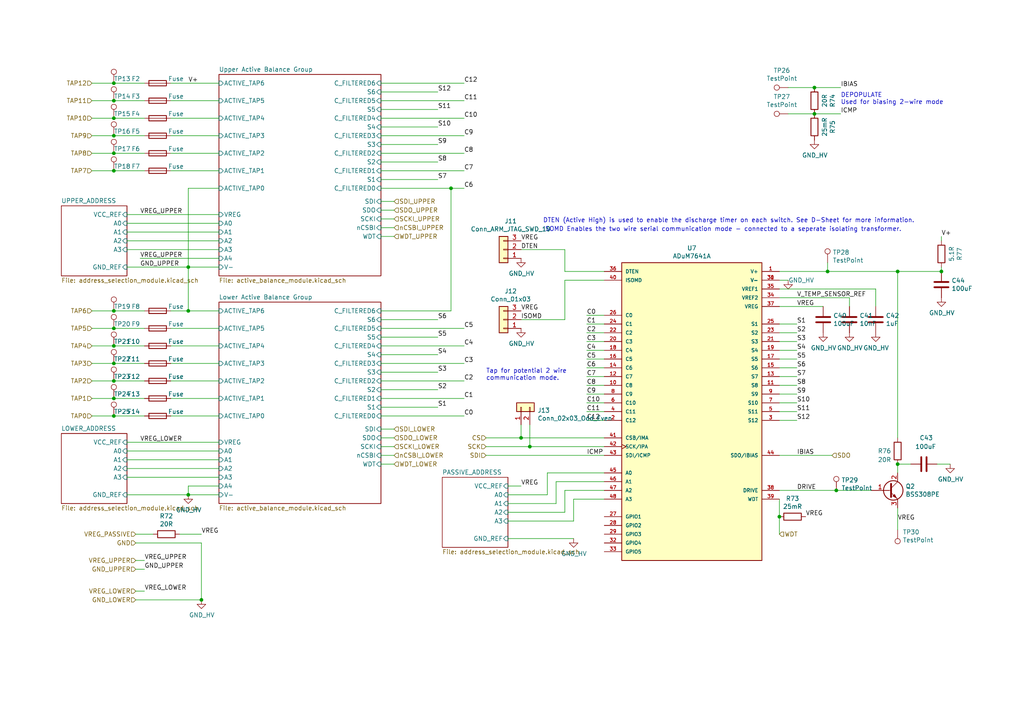
<source format=kicad_sch>
(kicad_sch (version 20211123) (generator eeschema)
  (paper "A4")
  (lib_symbols
    (symbol "Connector:TestPoint" (pin_numbers hide) (pin_names (offset 0.762) hide)
      (property "Reference" "TP" (at 0 6.858 0))
      (property "Value" "TestPoint" (at 0 5.08 0))
      (symbol "TestPoint_1_1"
        (pin passive line (at 0 0 90) (length 2.54) (name "1") (number "1"))
      )
    )
    (symbol "Connector_Generic:Conn_01x02" (pin_names (offset 1.016) hide)
      (property "Reference" "J" (at 0 2.54 0))
      (property "Value" "Conn_01x02" (at 0 -5.08 0))
      (symbol "Conn_01x02_1_1"
        (pin passive line (at -5.08 0 0) (length 3.81) (name "Pin_1") (number "1"))
        (pin passive line (at -5.08 -2.54 0) (length 3.81) (name "Pin_2") (number "2"))
      )
    )
    (symbol "Connector_Generic:Conn_01x03" (pin_names (offset 1.016) hide)
      (property "Reference" "J" (at 0 5.08 0))
      (property "Value" "Conn_01x03" (at 0 -5.08 0))
      (symbol "Conn_01x03_1_1"
        (pin passive line (at -5.08 2.54 0) (length 3.81) (name "Pin_1") (number "1"))
        (pin passive line (at -5.08 0 0) (length 3.81) (name "Pin_2") (number "2"))
        (pin passive line (at -5.08 -2.54 0) (length 3.81) (name "Pin_3") (number "3"))
      )
    )
    (symbol "Device:C" (pin_numbers hide) (pin_names (offset 0.254))
      (property "Reference" "C" (at 0.635 2.54 0))
      (property "Value" "C" (at 0.635 -2.54 0))
      (symbol "C_1_1"
        (pin passive line (at 0 3.81 270) (length 2.794) (name "~") (number "1"))
        (pin passive line (at 0 -3.81 90) (length 2.794) (name "~") (number "2"))
      )
    )
    (symbol "Device:Fuse" (pin_numbers hide) (pin_names (offset 0))
      (property "Reference" "F" (at 2.032 0 90))
      (property "Value" "Fuse" (at -1.905 0 90))
      (symbol "Fuse_1_1"
        (pin passive line (at 0 3.81 270) (length 1.27) (name "~") (number "1"))
        (pin passive line (at 0 -3.81 90) (length 1.27) (name "~") (number "2"))
      )
    )
    (symbol "Device:R" (pin_numbers hide) (pin_names (offset 0))
      (property "Reference" "R" (at 2.032 0 90))
      (property "Value" "R" (at 0 0 90))
      (symbol "R_1_1"
        (pin passive line (at 0 3.81 270) (length 1.27) (name "~") (number "1"))
        (pin passive line (at 0 -3.81 90) (length 1.27) (name "~") (number "2"))
      )
    )
    (symbol "GND_HV_1" (power) (pin_names (offset 0))
      (property "Value" "GND_HV_1" (at 0 -3.81 0))
      (symbol "GND_HV_1_1_1"
        (pin power_in line (at 0 0 270) (length 0) hide (name "GND_HV") (number "1"))
      )
    )
    (symbol "GND_HV_10" (power) (pin_names (offset 0))
      (property "Value" "GND_HV_10" (at 0 -3.81 0))
      (symbol "GND_HV_10_1_1"
        (pin power_in line (at 0 0 270) (length 0) hide (name "GND_HV") (number "1"))
      )
    )
    (symbol "GND_HV_12" (power) (pin_names (offset 0))
      (property "Value" "GND_HV_12" (at 0 -3.81 0))
      (symbol "GND_HV_12_1_1"
        (pin power_in line (at 0 0 270) (length 0) hide (name "GND_HV") (number "1"))
      )
    )
    (symbol "GND_HV_2" (power) (pin_names (offset 0))
      (property "Value" "GND_HV_2" (at 0 -3.81 0))
      (symbol "GND_HV_2_1_1"
        (pin power_in line (at 0 0 270) (length 0) hide (name "GND_HV") (number "1"))
      )
    )
    (symbol "GND_HV_3" (power) (pin_names (offset 0))
      (property "Value" "GND_HV_3" (at 0 -3.81 0))
      (symbol "GND_HV_3_1_1"
        (pin power_in line (at 0 0 270) (length 0) hide (name "GND_HV") (number "1"))
      )
    )
    (symbol "GND_HV_4" (power) (pin_names (offset 0))
      (property "Value" "GND_HV_4" (at 0 -3.81 0))
      (symbol "GND_HV_4_1_1"
        (pin power_in line (at 0 0 270) (length 0) hide (name "GND_HV") (number "1"))
      )
    )
    (symbol "GND_HV_5" (power) (pin_names (offset 0))
      (property "Value" "GND_HV_5" (at 0 -3.81 0))
      (symbol "GND_HV_5_1_1"
        (pin power_in line (at 0 0 270) (length 0) hide (name "GND_HV") (number "1"))
      )
    )
    (symbol "GND_HV_6" (power) (pin_names (offset 0))
      (property "Value" "GND_HV_6" (at 0 -3.81 0))
      (symbol "GND_HV_6_1_1"
        (pin power_in line (at 0 0 270) (length 0) hide (name "GND_HV") (number "1"))
      )
    )
    (symbol "GND_HV_7" (power) (pin_names (offset 0))
      (property "Value" "GND_HV_7" (at 0 -3.81 0))
      (symbol "GND_HV_7_1_1"
        (pin power_in line (at 0 0 270) (length 0) hide (name "GND_HV") (number "1"))
      )
    )
    (symbol "GND_HV_8" (power) (pin_names (offset 0))
      (property "Value" "GND_HV_8" (at 0 -3.81 0))
      (symbol "GND_HV_8_1_1"
        (pin power_in line (at 0 0 270) (length 0) hide (name "GND_HV") (number "1"))
      )
    )
    (symbol "GND_HV_9" (power) (pin_names (offset 0))
      (property "Value" "GND_HV_9" (at 0 -3.81 0))
      (symbol "GND_HV_9_1_1"
        (pin power_in line (at 0 0 270) (length 0) hide (name "GND_HV") (number "1"))
      )
    )
    (symbol "LTC6811HG-2_PBF:LTC6811HG-2#PBF" (pin_names (offset 1.016))
      (property "Reference" "U" (at -20.3454 43.7134 0))
      (property "Value" "LTC6811HG-2#PBF" (at -20.32 -48.2854 0))
      (symbol "LTC6811HG-2#PBF_0_0"
        (pin power_in line (at 25.4 40.64 180) (length 5.08) (name "V+") (number "1"))
        (pin input line (at -25.4 7.62 0) (length 5.08) (name "C8") (number "10"))
        (pin bidirectional line (at 25.4 7.62 180) (length 5.08) (name "S8") (number "11"))
        (pin input line (at -25.4 10.16 0) (length 5.08) (name "C7") (number "12"))
        (pin bidirectional line (at 25.4 10.16 180) (length 5.08) (name "S7") (number "13"))
        (pin input line (at -25.4 12.7 0) (length 5.08) (name "C6") (number "14"))
        (pin bidirectional line (at 25.4 12.7 180) (length 5.08) (name "S6") (number "15"))
        (pin input line (at -25.4 15.24 0) (length 5.08) (name "C5") (number "16"))
        (pin bidirectional line (at 25.4 15.24 180) (length 5.08) (name "S5") (number "17"))
        (pin input line (at -25.4 17.78 0) (length 5.08) (name "C4") (number "18"))
        (pin bidirectional line (at 25.4 17.78 180) (length 5.08) (name "S4") (number "19"))
        (pin input line (at -25.4 -2.54 0) (length 5.08) (name "C12") (number "2"))
        (pin input line (at -25.4 20.32 0) (length 5.08) (name "C3") (number "20"))
        (pin bidirectional line (at 25.4 20.32 180) (length 5.08) (name "S3") (number "21"))
        (pin input line (at -25.4 22.86 0) (length 5.08) (name "C2") (number "22"))
        (pin bidirectional line (at 25.4 22.86 180) (length 5.08) (name "S2") (number "23"))
        (pin input line (at -25.4 25.4 0) (length 5.08) (name "C1") (number "24"))
        (pin bidirectional line (at 25.4 25.4 180) (length 5.08) (name "S1") (number "25"))
        (pin input line (at -25.4 27.94 0) (length 5.08) (name "C0") (number "26"))
        (pin bidirectional line (at -25.4 -30.48 0) (length 5.08) (name "GPIO1") (number "27"))
        (pin bidirectional line (at -25.4 -33.02 0) (length 5.08) (name "GPIO2") (number "28"))
        (pin bidirectional line (at -25.4 -35.56 0) (length 5.08) (name "GPIO3") (number "29"))
        (pin bidirectional line (at 25.4 -2.54 180) (length 5.08) (name "S12") (number "3"))
        (pin power_in line (at 25.4 38.1 180) (length 5.08) (name "V-") (number "30"))
        (pin power_in line (at 25.4 38.1 180) (length 5.08) (name "V-") (number "31"))
        (pin bidirectional line (at -25.4 -38.1 0) (length 5.08) (name "GPIO4") (number "32"))
        (pin bidirectional line (at -25.4 -40.64 0) (length 5.08) (name "GPIO5") (number "33"))
        (pin power_in line (at 25.4 33.02 180) (length 5.08) (name "VREF2") (number "34"))
        (pin power_in line (at 25.4 35.56 180) (length 5.08) (name "VREF1") (number "35"))
        (pin input line (at -25.4 40.64 0) (length 5.08) (name "DTEN") (number "36"))
        (pin power_in line (at 25.4 30.48 180) (length 5.08) (name "VREG") (number "37"))
        (pin output line (at 25.4 -22.86 180) (length 5.08) (name "DRIVE") (number "38"))
        (pin output line (at 25.4 -25.4 180) (length 5.08) (name "WDT") (number "39"))
        (pin input line (at -25.4 0 0) (length 5.08) (name "C11") (number "4"))
        (pin input line (at -25.4 38.1 0) (length 5.08) (name "ISOMD") (number "40"))
        (pin input line (at -25.4 -7.62 0) (length 5.08) (name "CSB/IMA") (number "41"))
        (pin input clock (at -25.4 -10.16 0) (length 5.08) (name "SCK/IPA") (number "42"))
        (pin input line (at -25.4 -12.7 0) (length 5.08) (name "SDI/ICMP") (number "43"))
        (pin output line (at 25.4 -12.7 180) (length 5.08) (name "SDO/IBIAS") (number "44"))
        (pin input line (at -25.4 -17.78 0) (length 5.08) (name "A0") (number "45"))
        (pin input line (at -25.4 -20.32 0) (length 5.08) (name "A1") (number "46"))
        (pin input line (at -25.4 -22.86 0) (length 5.08) (name "A2") (number "47"))
        (pin input line (at -25.4 -25.4 0) (length 5.08) (name "A3") (number "48"))
        (pin bidirectional line (at 25.4 0 180) (length 5.08) (name "S11") (number "5"))
        (pin input line (at -25.4 2.54 0) (length 5.08) (name "C10") (number "6"))
        (pin bidirectional line (at 25.4 2.54 180) (length 5.08) (name "S10") (number "7"))
        (pin input line (at -25.4 5.08 0) (length 5.08) (name "C9") (number "8"))
        (pin bidirectional line (at 25.4 5.08 180) (length 5.08) (name "S9") (number "9"))
      )
    )
    (symbol "czt5551:CZT5551" (pin_names (offset 0) hide)
      (property "Reference" "Q" (at 5.08 1.905 0))
      (property "Value" "CZT5551" (at 5.08 0 0))
      (symbol "CZT5551_1_1"
        (pin input line (at -5.08 0 0) (length 5.08) (name "B") (number "1"))
        (pin passive line (at 2.54 5.08 270) (length 2.54) (name "C") (number "2"))
        (pin passive line (at 2.54 -5.08 90) (length 2.54) (name "E") (number "3"))
      )
    )
    (symbol "gnd_hv:GND_HV" (power) (pin_names (offset 0))
      (property "Value" "GND_HV" (at 0 -3.81 0))
      (symbol "GND_HV_1_1"
        (pin power_in line (at 0 0 270) (length 0) hide (name "GND_HV") (number "1"))
      )
    )
  )
  (junction (at 33.02 110.49))
  (junction (at 260.35 134.62))
  (junction (at 260.35 78.74))
  (junction (at 33.02 49.53))
  (junction (at 33.02 105.41))
  (junction (at 33.02 115.57))
  (junction (at 33.02 100.33))
  (junction (at 240.03 78.74))
  (junction (at 33.02 29.21))
  (junction (at 58.42 173.99))
  (junction (at 33.02 44.45))
  (junction (at 153.67 129.54))
  (junction (at 33.02 34.29))
  (junction (at 33.02 39.37))
  (junction (at 54.61 143.51))
  (junction (at 130.81 54.61))
  (junction (at 226.06 149.86))
  (junction (at 54.61 77.47))
  (junction (at 33.02 90.17))
  (junction (at 54.61 90.17))
  (junction (at 33.02 95.25))
  (junction (at 236.22 25.4))
  (junction (at 242.57 142.24))
  (junction (at 151.13 127))
  (junction (at 236.22 33.02))
  (junction (at 33.02 24.13))
  (junction (at 273.05 78.74))
  (junction (at 33.02 120.65))
  (wire (pts (xy 163.83 92.71) (xy 151.13 92.71)))
  (wire (pts (xy 110.49 110.49) (xy 134.62 110.49)))
  (wire (pts (xy 226.06 144.78) (xy 226.06 149.86)))
  (wire (pts (xy 110.49 127) (xy 114.3 127)))
  (wire (pts (xy 134.62 49.53) (xy 110.49 49.53)))
  (wire (pts (xy 175.26 81.28) (xy 163.83 81.28)))
  (wire (pts (xy 175.26 129.54) (xy 153.67 129.54)))
  (wire (pts (xy 110.49 66.04) (xy 114.3 66.04)))
  (wire (pts (xy 110.49 41.91) (xy 127 41.91)))
  (wire (pts (xy 243.84 25.4) (xy 236.22 25.4)))
  (wire (pts (xy 110.49 60.96) (xy 114.3 60.96)))
  (wire (pts (xy 175.26 93.98) (xy 170.18 93.98)))
  (wire (pts (xy 226.06 116.84) (xy 231.14 116.84)))
  (wire (pts (xy 147.32 140.97) (xy 151.13 140.97)))
  (wire (pts (xy 114.3 134.62) (xy 110.49 134.62)))
  (wire (pts (xy 63.5 34.29) (xy 49.53 34.29)))
  (wire (pts (xy 110.49 97.79) (xy 127 97.79)))
  (wire (pts (xy 170.18 106.68) (xy 175.26 106.68)))
  (wire (pts (xy 54.61 54.61) (xy 54.61 77.47)))
  (wire (pts (xy 110.49 100.33) (xy 134.62 100.33)))
  (wire (pts (xy 58.42 157.48) (xy 58.42 173.99)))
  (wire (pts (xy 41.91 44.45) (xy 33.02 44.45)))
  (wire (pts (xy 163.83 148.59) (xy 163.83 142.24)))
  (wire (pts (xy 114.3 63.5) (xy 110.49 63.5)))
  (wire (pts (xy 110.49 107.95) (xy 127 107.95)))
  (wire (pts (xy 54.61 77.47) (xy 63.5 77.47)))
  (wire (pts (xy 170.18 109.22) (xy 175.26 109.22)))
  (wire (pts (xy 26.67 34.29) (xy 33.02 34.29)))
  (wire (pts (xy 63.5 24.13) (xy 49.53 24.13)))
  (wire (pts (xy 33.02 90.17) (xy 41.91 90.17)))
  (wire (pts (xy 54.61 140.97) (xy 63.5 140.97)))
  (wire (pts (xy 151.13 123.19) (xy 151.13 127)))
  (wire (pts (xy 39.37 157.48) (xy 58.42 157.48)))
  (wire (pts (xy 110.49 26.67) (xy 127 26.67)))
  (wire (pts (xy 41.91 95.25) (xy 33.02 95.25)))
  (wire (pts (xy 110.49 95.25) (xy 134.62 95.25)))
  (wire (pts (xy 63.5 39.37) (xy 49.53 39.37)))
  (wire (pts (xy 110.49 113.03) (xy 127 113.03)))
  (wire (pts (xy 63.5 69.85) (xy 36.83 69.85)))
  (wire (pts (xy 26.67 49.53) (xy 33.02 49.53)))
  (wire (pts (xy 260.35 78.74) (xy 273.05 78.74)))
  (wire (pts (xy 63.5 115.57) (xy 49.53 115.57)))
  (wire (pts (xy 63.5 54.61) (xy 54.61 54.61)))
  (wire (pts (xy 63.5 44.45) (xy 49.53 44.45)))
  (wire (pts (xy 26.67 105.41) (xy 33.02 105.41)))
  (wire (pts (xy 158.75 143.51) (xy 158.75 137.16)))
  (wire (pts (xy 63.5 105.41) (xy 49.53 105.41)))
  (wire (pts (xy 161.29 146.05) (xy 147.32 146.05)))
  (wire (pts (xy 170.18 111.76) (xy 175.26 111.76)))
  (wire (pts (xy 226.06 83.82) (xy 254 83.82)))
  (wire (pts (xy 226.06 142.24) (xy 242.57 142.24)))
  (wire (pts (xy 110.49 31.75) (xy 127 31.75)))
  (wire (pts (xy 52.07 154.94) (xy 58.42 154.94)))
  (wire (pts (xy 110.49 54.61) (xy 130.81 54.61)))
  (wire (pts (xy 110.49 105.41) (xy 134.62 105.41)))
  (wire (pts (xy 36.83 77.47) (xy 54.61 77.47)))
  (wire (pts (xy 242.57 142.24) (xy 252.73 142.24)))
  (wire (pts (xy 175.26 104.14) (xy 170.18 104.14)))
  (wire (pts (xy 175.26 119.38) (xy 170.18 119.38)))
  (wire (pts (xy 114.3 58.42) (xy 110.49 58.42)))
  (wire (pts (xy 110.49 118.11) (xy 127 118.11)))
  (wire (pts (xy 170.18 91.44) (xy 175.26 91.44)))
  (wire (pts (xy 226.06 81.28) (xy 228.6 81.28)))
  (wire (pts (xy 226.06 78.74) (xy 240.03 78.74)))
  (wire (pts (xy 226.06 149.86) (xy 226.06 154.94)))
  (wire (pts (xy 166.37 151.13) (xy 147.32 151.13)))
  (wire (pts (xy 130.81 54.61) (xy 134.62 54.61)))
  (wire (pts (xy 226.06 88.9) (xy 238.76 88.9)))
  (wire (pts (xy 110.49 36.83) (xy 127 36.83)))
  (wire (pts (xy 166.37 144.78) (xy 166.37 151.13)))
  (wire (pts (xy 36.83 67.31) (xy 63.5 67.31)))
  (wire (pts (xy 110.49 44.45) (xy 134.62 44.45)))
  (wire (pts (xy 110.49 92.71) (xy 127 92.71)))
  (wire (pts (xy 241.3 132.08) (xy 226.06 132.08)))
  (wire (pts (xy 153.67 129.54) (xy 140.97 129.54)))
  (wire (pts (xy 226.06 96.52) (xy 231.14 96.52)))
  (wire (pts (xy 54.61 143.51) (xy 63.5 143.51)))
  (wire (pts (xy 110.49 115.57) (xy 134.62 115.57)))
  (wire (pts (xy 39.37 171.45) (xy 41.91 171.45)))
  (wire (pts (xy 110.49 90.17) (xy 130.81 90.17)))
  (wire (pts (xy 260.35 134.62) (xy 260.35 137.16)))
  (wire (pts (xy 271.78 134.62) (xy 275.59 134.62)))
  (wire (pts (xy 39.37 154.94) (xy 44.45 154.94)))
  (wire (pts (xy 26.67 115.57) (xy 33.02 115.57)))
  (wire (pts (xy 26.67 39.37) (xy 33.02 39.37)))
  (wire (pts (xy 175.26 114.3) (xy 170.18 114.3)))
  (wire (pts (xy 39.37 165.1) (xy 41.91 165.1)))
  (wire (pts (xy 114.3 129.54) (xy 110.49 129.54)))
  (wire (pts (xy 114.3 124.46) (xy 110.49 124.46)))
  (wire (pts (xy 41.91 34.29) (xy 33.02 34.29)))
  (wire (pts (xy 33.02 39.37) (xy 41.91 39.37)))
  (wire (pts (xy 231.14 104.14) (xy 226.06 104.14)))
  (wire (pts (xy 170.18 116.84) (xy 175.26 116.84)))
  (wire (pts (xy 243.84 33.02) (xy 236.22 33.02)))
  (wire (pts (xy 175.26 127) (xy 151.13 127)))
  (wire (pts (xy 246.38 86.36) (xy 226.06 86.36)))
  (wire (pts (xy 254 83.82) (xy 254 88.9)))
  (wire (pts (xy 175.26 132.08) (xy 140.97 132.08)))
  (wire (pts (xy 36.83 130.81) (xy 63.5 130.81)))
  (wire (pts (xy 114.3 68.58) (xy 110.49 68.58)))
  (wire (pts (xy 39.37 173.99) (xy 58.42 173.99)))
  (wire (pts (xy 260.35 78.74) (xy 260.35 127)))
  (wire (pts (xy 273.05 69.85) (xy 273.05 68.58)))
  (wire (pts (xy 49.53 120.65) (xy 63.5 120.65)))
  (wire (pts (xy 130.81 54.61) (xy 130.81 90.17)))
  (wire (pts (xy 110.49 52.07) (xy 127 52.07)))
  (wire (pts (xy 260.35 153.67) (xy 260.35 147.32)))
  (wire (pts (xy 163.83 72.39) (xy 151.13 72.39)))
  (wire (pts (xy 26.67 29.21) (xy 33.02 29.21)))
  (wire (pts (xy 110.49 46.99) (xy 127 46.99)))
  (wire (pts (xy 175.26 144.78) (xy 166.37 144.78)))
  (wire (pts (xy 110.49 102.87) (xy 127 102.87)))
  (wire (pts (xy 246.38 88.9) (xy 246.38 86.36)))
  (wire (pts (xy 36.83 138.43) (xy 63.5 138.43)))
  (wire (pts (xy 39.37 162.56) (xy 41.91 162.56)))
  (wire (pts (xy 36.83 62.23) (xy 63.5 62.23)))
  (wire (pts (xy 49.53 90.17) (xy 54.61 90.17)))
  (wire (pts (xy 54.61 77.47) (xy 54.61 90.17)))
  (wire (pts (xy 226.06 111.76) (xy 231.14 111.76)))
  (wire (pts (xy 41.91 49.53) (xy 33.02 49.53)))
  (wire (pts (xy 26.67 44.45) (xy 33.02 44.45)))
  (wire (pts (xy 170.18 96.52) (xy 175.26 96.52)))
  (wire (pts (xy 226.06 109.22) (xy 231.14 109.22)))
  (wire (pts (xy 170.18 101.6) (xy 175.26 101.6)))
  (wire (pts (xy 41.91 115.57) (xy 33.02 115.57)))
  (wire (pts (xy 63.5 49.53) (xy 49.53 49.53)))
  (wire (pts (xy 33.02 24.13) (xy 41.91 24.13)))
  (wire (pts (xy 110.49 34.29) (xy 134.62 34.29)))
  (wire (pts (xy 163.83 78.74) (xy 163.83 72.39)))
  (wire (pts (xy 63.5 135.89) (xy 36.83 135.89)))
  (wire (pts (xy 228.6 25.4) (xy 236.22 25.4)))
  (wire (pts (xy 41.91 100.33) (xy 33.02 100.33)))
  (wire (pts (xy 26.67 90.17) (xy 33.02 90.17)))
  (wire (pts (xy 226.06 106.68) (xy 231.14 106.68)))
  (wire (pts (xy 63.5 100.33) (xy 49.53 100.33)))
  (wire (pts (xy 236.22 33.02) (xy 228.6 33.02)))
  (wire (pts (xy 147.32 148.59) (xy 163.83 148.59)))
  (wire (pts (xy 110.49 29.21) (xy 134.62 29.21)))
  (wire (pts (xy 273.05 78.74) (xy 273.05 77.47)))
  (wire (pts (xy 33.02 105.41) (xy 41.91 105.41)))
  (wire (pts (xy 41.91 110.49) (xy 33.02 110.49)))
  (wire (pts (xy 161.29 139.7) (xy 161.29 146.05)))
  (wire (pts (xy 63.5 110.49) (xy 49.53 110.49)))
  (wire (pts (xy 240.03 78.74) (xy 260.35 78.74)))
  (wire (pts (xy 36.83 133.35) (xy 63.5 133.35)))
  (wire (pts (xy 163.83 81.28) (xy 163.83 92.71)))
  (wire (pts (xy 26.67 120.65) (xy 33.02 120.65)))
  (wire (pts (xy 36.83 128.27) (xy 63.5 128.27)))
  (wire (pts (xy 110.49 39.37) (xy 134.62 39.37)))
  (wire (pts (xy 110.49 24.13) (xy 134.62 24.13)))
  (wire (pts (xy 41.91 29.21) (xy 33.02 29.21)))
  (wire (pts (xy 170.18 121.92) (xy 175.26 121.92)))
  (wire (pts (xy 264.16 134.62) (xy 260.35 134.62)))
  (wire (pts (xy 231.14 114.3) (xy 226.06 114.3)))
  (wire (pts (xy 147.32 143.51) (xy 158.75 143.51)))
  (wire (pts (xy 63.5 29.21) (xy 49.53 29.21)))
  (wire (pts (xy 175.26 139.7) (xy 161.29 139.7)))
  (wire (pts (xy 54.61 90.17) (xy 63.5 90.17)))
  (wire (pts (xy 26.67 100.33) (xy 33.02 100.33)))
  (wire (pts (xy 63.5 95.25) (xy 49.53 95.25)))
  (wire (pts (xy 231.14 99.06) (xy 226.06 99.06)))
  (wire (pts (xy 175.26 99.06) (xy 170.18 99.06)))
  (wire (pts (xy 158.75 137.16) (xy 175.26 137.16)))
  (wire (pts (xy 110.49 132.08) (xy 114.3 132.08)))
  (wire (pts (xy 226.06 121.92) (xy 231.14 121.92)))
  (wire (pts (xy 240.03 76.2) (xy 240.03 78.74)))
  (wire (pts (xy 26.67 110.49) (xy 33.02 110.49)))
  (wire (pts (xy 226.06 101.6) (xy 231.14 101.6)))
  (wire (pts (xy 40.64 74.93) (xy 63.5 74.93)))
  (wire (pts (xy 231.14 119.38) (xy 226.06 119.38)))
  (wire (pts (xy 163.83 142.24) (xy 175.26 142.24)))
  (wire (pts (xy 26.67 24.13) (xy 33.02 24.13)))
  (wire (pts (xy 54.61 143.51) (xy 54.61 140.97)))
  (wire (pts (xy 151.13 127) (xy 140.97 127)))
  (wire (pts (xy 26.67 95.25) (xy 33.02 95.25)))
  (wire (pts (xy 41.91 120.65) (xy 33.02 120.65)))
  (wire (pts (xy 147.32 156.21) (xy 166.37 156.21)))
  (wire (pts (xy 36.83 143.51) (xy 54.61 143.51)))
  (wire (pts (xy 175.26 78.74) (xy 163.83 78.74)))
  (wire (pts (xy 134.62 120.65) (xy 110.49 120.65)))
  (wire (pts (xy 231.14 93.98) (xy 226.06 93.98)))
  (wire (pts (xy 153.67 123.19) (xy 153.67 129.54)))
  (wire (pts (xy 36.83 64.77) (xy 63.5 64.77)))
  (wire (pts (xy 36.83 72.39) (xy 63.5 72.39)))
  (text "DTEN (Active High) is used to enable the discharge timer on each switch. See D-Sheet for more information." (at 157.48 64.77 0) (effects (font (size 1.27 1.27)) (justify left bottom)))
  (text "DEPOPULATE\nUsed for biasing 2-wire mode" (at 243.84 30.48 0) (effects (font (size 1.27 1.27)) (justify left bottom)))
  (text "Tap for potential 2 wire \ncommunication mode." (at 140.97 110.49 0) (effects (font (size 1.27 1.27)) (justify left bottom)))
  (text "ISOMD Enables the two wire serial communication mode - connected to a seperate isolating transformer." (at 157.48 67.31 0) (effects (font (size 1.27 1.27)) (justify left bottom)))
  (label "C12" (at 170.18 121.92 0))
  (label "S10" (at 127 36.83 0))
  (label "VREG" (at 58.42 154.94 0))
  (label "DTEN" (at 151.13 72.39 0))
  (label "IBIAS" (at 231.14 132.08 0))
  (label "C3" (at 134.62 105.41 0))
  (label "C3" (at 170.18 99.06 0))
  (label "S11" (at 231.14 119.38 0))
  (label "S11" (at 127 31.75 0))
  (label "C0" (at 170.18 91.44 0))
  (label "C0" (at 134.62 120.65 0))
  (label "C11" (at 170.18 119.38 0))
  (label "S7" (at 231.14 109.22 0))
  (label "C2" (at 134.62 110.49 0))
  (label "V_TEMP_SENSOR_REF" (at 231.14 86.36 0))
  (label "C10" (at 134.62 34.29 0))
  (label "C7" (at 134.62 49.53 0))
  (label "ISOMD" (at 151.13 92.71 0))
  (label "C4" (at 134.62 100.33 0))
  (label "VREG" (at 151.13 90.17 0))
  (label "GND_UPPER" (at 40.64 77.47 0))
  (label "S5" (at 127 97.79 0))
  (label "S4" (at 127 102.87 0))
  (label "V+" (at 54.61 24.13 0))
  (label "C5" (at 134.62 95.25 0))
  (label "VREG" (at 233.68 149.86 0))
  (label "S3" (at 231.14 99.06 0))
  (label "S7" (at 127 52.07 0))
  (label "S10" (at 231.14 116.84 0))
  (label "V+" (at 273.05 68.58 0))
  (label "S12" (at 127 26.67 0))
  (label "C9" (at 170.18 114.3 0))
  (label "IBIAS" (at 243.84 25.4 0))
  (label "S2" (at 127 113.03 0))
  (label "VREG" (at 231.14 88.9 0))
  (label "S6" (at 127 92.71 0))
  (label "VREG_LOWER" (at 40.64 128.27 0))
  (label "S8" (at 127 46.99 0))
  (label "ICMP" (at 170.18 132.08 0))
  (label "VREG" (at 260.35 151.13 0))
  (label "C2" (at 170.18 96.52 0))
  (label "C12" (at 134.62 24.13 0))
  (label "S8" (at 231.14 111.76 0))
  (label "VREG_UPPER" (at 40.64 74.93 0))
  (label "C10" (at 170.18 116.84 0))
  (label "C11" (at 134.62 29.21 0))
  (label "C5" (at 170.18 104.14 0))
  (label "VREG" (at 151.13 140.97 0))
  (label "VREG_UPPER" (at 40.64 62.23 0))
  (label "C6" (at 134.62 54.61 0))
  (label "C8" (at 134.62 44.45 0))
  (label "S2" (at 231.14 96.52 0))
  (label "VREG" (at 151.13 69.85 0))
  (label "ICMP" (at 243.84 33.02 0))
  (label "C4" (at 170.18 101.6 0))
  (label "S6" (at 231.14 106.68 0))
  (label "S5" (at 231.14 104.14 0))
  (label "S1" (at 231.14 93.98 0))
  (label "C6" (at 170.18 106.68 0))
  (label "S12" (at 231.14 121.92 0))
  (label "GND_UPPER" (at 41.91 165.1 0))
  (label "S9" (at 231.14 114.3 0))
  (label "C7" (at 170.18 109.22 0))
  (label "VREG_LOWER" (at 41.91 171.45 0))
  (label "S4" (at 231.14 101.6 0))
  (label "C8" (at 170.18 111.76 0))
  (label "C1" (at 134.62 115.57 0))
  (label "DRIVE" (at 231.14 142.24 0))
  (label "S1" (at 127 118.11 0))
  (label "VREG_UPPER" (at 41.91 162.56 0))
  (label "S3" (at 127 107.95 0))
  (label "C1" (at 170.18 93.98 0))
  (label "C9" (at 134.62 39.37 0))
  (label "S9" (at 127 41.91 0))
  (hierarchical_label "SDI_LOWER" (shape input) (at 114.3 124.46 0))
  (hierarchical_label "SCKI_LOWER" (shape input) (at 114.3 129.54 0))
  (hierarchical_label "nCSBI_UPPER" (shape input) (at 114.3 66.04 0))
  (hierarchical_label "SDO" (shape input) (at 241.3 132.08 0))
  (hierarchical_label "TAP2" (shape input) (at 26.67 110.49 180))
  (hierarchical_label "TAP9" (shape input) (at 26.67 39.37 180))
  (hierarchical_label "SDI" (shape input) (at 140.97 132.08 180))
  (hierarchical_label "VREG_PASSIVE" (shape input) (at 39.37 154.94 180))
  (hierarchical_label "TAP11" (shape input) (at 26.67 29.21 180))
  (hierarchical_label "GND_UPPER" (shape input) (at 39.37 165.1 180))
  (hierarchical_label "TAP0" (shape input) (at 26.67 120.65 180))
  (hierarchical_label "WDT_UPPER" (shape input) (at 114.3 68.58 0))
  (hierarchical_label "VREG_UPPER" (shape input) (at 39.37 162.56 180))
  (hierarchical_label "WDT_LOWER" (shape input) (at 114.3 134.62 0))
  (hierarchical_label "GND_LOWER" (shape input) (at 39.37 173.99 180))
  (hierarchical_label "nCSBI_LOWER" (shape input) (at 114.3 132.08 0))
  (hierarchical_label "TAP12" (shape input) (at 26.67 24.13 180))
  (hierarchical_label "SDO_UPPER" (shape input) (at 114.3 60.96 0))
  (hierarchical_label "VREG_LOWER" (shape input) (at 39.37 171.45 180))
  (hierarchical_label "TAP7" (shape input) (at 26.67 49.53 180))
  (hierarchical_label "TAP4" (shape input) (at 26.67 100.33 180))
  (hierarchical_label "TAP1" (shape input) (at 26.67 115.57 180))
  (hierarchical_label "TAP6" (shape input) (at 26.67 90.17 180))
  (hierarchical_label "SCK" (shape input) (at 140.97 129.54 180))
  (hierarchical_label "CS" (shape input) (at 140.97 127 180))
  (hierarchical_label "SDI_UPPER" (shape input) (at 114.3 58.42 0))
  (hierarchical_label "WDT" (shape input) (at 226.06 154.94 0))
  (hierarchical_label "TAP8" (shape input) (at 26.67 44.45 180))
  (hierarchical_label "GND" (shape input) (at 39.37 157.48 180))
  (hierarchical_label "TAP3" (shape input) (at 26.67 105.41 180))
  (hierarchical_label "SDO_LOWER" (shape input) (at 114.3 127 0))
  (hierarchical_label "TAP10" (shape input) (at 26.67 34.29 180))
  (hierarchical_label "SCKI_UPPER" (shape input) (at 114.3 63.5 0))
  (hierarchical_label "TAP5" (shape input) (at 26.67 95.25 180))
  (symbol (lib_id "LTC6811HG-2_PBF:LTC6811HG-2#PBF") (at 200.66 119.38 0) (unit 1)
    (property "Reference" "U7" (at 200.66 71.9582 0))
    (property "Value" "ADuM7641A" (at 200.66 74.2696 0))
    (property "Footprint" "Package_SO:QSOP-20_3.9x8.7mm_P0.635mm" (effects hide))
    (property "Manufacturer" "Linear Technology" (effects hide))
    (property "Part Number" "LTC6811HG-2#PBF" (effects hide))
    (property "Mouser Part Number" "NOT AVAILABLE!" (effects hide))
    (property "Mouser URL" "NOT AVAILABLE!" (effects hide))
  )
  (symbol (lib_id "Device:Fuse") (at 45.72 24.13 90) (unit 1)
    (property "Reference" "F2" (at 40.64 22.86 90) (effects (justify left)))
    (property "Value" "Fuse" (at 53.34 22.86 90) (effects (justify left)))
    (property "Footprint" "Fuse:Fuse_0805_2012Metric_Pad1.15x1.40mm_HandSolder" (effects hide))
    (property "Manufacturer" "Vishay" (effects hide))
    (property "Mouser Part Number" "594-MFU0805FF04000P1" (effects hide))
    (property "Mouser URL" "https://au.mouser.com/ProductDetail/Vishay-Beyschlag/MFU0805FF04000P100?qs=sGAEpiMZZMsZt0HrY5I79jUpjxuD5U1pmwOyNJ1OMDQ%3D" (effects hide))
    (property "Part Number" "MFU0805FF04000P100" (effects hide))
  )
  (symbol (lib_id "Device:R") (at 273.05 73.66 180) (unit 1)
    (property "Reference" "R77" (at 278.3078 73.66 90))
    (property "Value" "5.1R" (at 275.9964 73.66 90))
    (property "Footprint" "Resistor_SMD:R_0603_1608Metric_Pad0.98x0.95mm_HandSolder" (effects hide))
    (property "Part Number" "-" (effects hide))
    (property "Manufacturer" "-" (effects hide))
  )
  (symbol (lib_id "Device:C") (at 273.05 82.55 0) (unit 1)
    (property "Reference" "C44" (at 275.971 81.3816 0) (effects (justify left)))
    (property "Value" "100uF" (at 275.971 83.693 0) (effects (justify left)))
    (property "Footprint" "Capacitor_SMD:C_1206_3216Metric_Pad1.33x1.80mm_HandSolder" (effects hide))
    (property "Part Number" "-" (effects hide))
    (property "Manufacturer" "-" (effects hide))
  )
  (symbol (lib_id "czt5551:CZT5551") (at 257.81 142.24 0) (unit 1)
    (property "Reference" "Q2" (at 262.636 141.0716 0) (effects (justify left)))
    (property "Value" "BSS308PE" (at 262.636 143.383 0) (effects (justify left)))
    (property "Footprint" "Package_TO_SOT_SMD:SOT-23" (effects hide))
    (property "Datasheet" "https://www.onsemi.com/pub/Collateral/PN2222-D.PDF" (effects hide))
    (property "Manufacturer" "Central Semiconductor" (effects hide))
    (property "Mouser Part Number" "610-CZT5551" (effects hide))
    (property "Mouser URL" "https://au.mouser.com/ProductDetail/Central-Semiconductor/CZT5551-TR-PBFREE?qs=u16ybLDytRb99SsaOAvs%2FQ%3D%3D" (effects hide))
    (property "Part Number" "CZT5551" (effects hide))
  )
  (symbol (lib_name "GND_HV_1") (lib_id "gnd_hv:GND_HV") (at 273.05 86.36 0) (unit 1)
    (property "Reference" "#PWR084" (effects hide))
    (property "Value" "GND_HV" (at 273.177 90.7542 0))
  )
  (symbol (lib_id "Device:R") (at 260.35 130.81 0) (unit 1)
    (property "Reference" "R76" (at 256.54 130.81 0))
    (property "Value" "20R" (at 256.54 133.35 0))
    (property "Footprint" "Resistor_SMD:R_0603_1608Metric_Pad0.98x0.95mm_HandSolder" (effects hide))
    (property "Part Number" "-" (effects hide))
    (property "Manufacturer" "-" (effects hide))
  )
  (symbol (lib_name "GND_HV_10") (lib_id "gnd_hv:GND_HV") (at 275.59 134.62 0) (unit 1)
    (property "Reference" "#PWR085" (effects hide))
    (property "Value" "GND_HV" (at 275.717 139.0142 0))
  )
  (symbol (lib_id "Device:C") (at 238.76 92.71 0) (unit 1)
    (property "Reference" "C40" (at 241.681 91.5416 0) (effects (justify left)))
    (property "Value" "100uF" (at 241.681 93.853 0) (effects (justify left)))
    (property "Footprint" "Capacitor_SMD:C_1206_3216Metric_Pad1.33x1.80mm_HandSolder" (effects hide))
    (property "Part Number" "-" (effects hide))
    (property "Manufacturer" "-" (effects hide))
  )
  (symbol (lib_name "GND_HV_4") (lib_id "gnd_hv:GND_HV") (at 238.76 96.52 0) (unit 1)
    (property "Reference" "#PWR081" (effects hide))
    (property "Value" "GND_HV" (at 238.887 100.9142 0))
  )
  (symbol (lib_id "Device:C") (at 246.38 92.71 0) (unit 1)
    (property "Reference" "C41" (at 249.301 91.5416 0) (effects (justify left)))
    (property "Value" "10nF" (at 249.301 93.853 0) (effects (justify left)))
    (property "Footprint" "Capacitor_SMD:C_0603_1608Metric_Pad1.08x0.95mm_HandSolder" (effects hide))
    (property "Part Number" "-" (effects hide))
    (property "Manufacturer" "-" (effects hide))
  )
  (symbol (lib_name "GND_HV_3") (lib_id "gnd_hv:GND_HV") (at 246.38 96.52 0) (unit 1)
    (property "Reference" "#PWR082" (effects hide))
    (property "Value" "GND_HV" (at 246.507 100.9142 0))
  )
  (symbol (lib_id "Device:C") (at 254 92.71 0) (unit 1)
    (property "Reference" "C42" (at 256.921 91.5416 0) (effects (justify left)))
    (property "Value" "1uF" (at 256.921 93.853 0) (effects (justify left)))
    (property "Footprint" "Capacitor_SMD:C_0805_2012Metric_Pad1.18x1.45mm_HandSolder" (effects hide))
    (property "Part Number" "-" (effects hide))
    (property "Manufacturer" "-" (effects hide))
  )
  (symbol (lib_name "GND_HV_2") (lib_id "gnd_hv:GND_HV") (at 254 96.52 0) (unit 1)
    (property "Reference" "#PWR083" (effects hide))
    (property "Value" "GND_HV" (at 254.127 100.9142 0))
  )
  (symbol (lib_name "GND_HV_5") (lib_id "gnd_hv:GND_HV") (at 228.6 81.28 0) (unit 1)
    (property "Reference" "#PWR079" (effects hide))
    (property "Value" "GND_HV" (at 232.41 81.28 0))
  )
  (symbol (lib_name "GND_HV_6") (lib_id "gnd_hv:GND_HV") (at 151.13 74.93 0) (unit 1)
    (property "Reference" "#PWR076" (effects hide))
    (property "Value" "GND_HV" (at 151.257 79.3242 0))
  )
  (symbol (lib_id "Connector_Generic:Conn_01x03") (at 146.05 72.39 180) (unit 1)
    (property "Reference" "J11" (at 148.1328 64.135 0))
    (property "Value" "Conn_ARM_JTAG_SWD_10" (at 148.1328 66.4464 0))
    (property "Footprint" "Connector_PinHeader_1.27mm:PinHeader_2x05_P1.27mm_Vertical_SMD" (effects hide))
    (property "Part Number" "-" (effects hide))
    (property "Manufacturer" "-" (effects hide))
  )
  (symbol (lib_id "Connector_Generic:Conn_01x03") (at 146.05 92.71 180) (unit 1)
    (property "Reference" "J12" (at 148.1328 84.455 0))
    (property "Value" "Conn_01x03" (at 148.1328 86.7664 0))
    (property "Footprint" "Connector_PinHeader_2.54mm:PinHeader_1x03_P2.54mm_Vertical" (effects hide))
    (property "Part Number" "-" (effects hide))
    (property "Manufacturer" "-" (effects hide))
  )
  (symbol (lib_name "GND_HV_7") (lib_id "gnd_hv:GND_HV") (at 151.13 95.25 0) (unit 1)
    (property "Reference" "#PWR077" (effects hide))
    (property "Value" "GND_HV" (at 151.257 99.6442 0))
  )
  (symbol (lib_id "Connector_Generic:Conn_01x02") (at 151.13 118.11 90) (unit 1)
    (property "Reference" "J13" (at 155.9052 119.0244 90) (effects (justify right)))
    (property "Value" "Conn_02x03_Odd_Even" (at 155.9052 121.3358 90) (effects (justify right)))
    (property "Footprint" "Connector_PinHeader_2.54mm:PinHeader_2x03_P2.54mm_Vertical" (effects hide))
    (property "Part Number" "-" (effects hide))
    (property "Manufacturer" "-" (effects hide))
  )
  (symbol (lib_id "Device:R") (at 236.22 29.21 180) (unit 1)
    (property "Reference" "R74" (at 241.4778 29.21 90))
    (property "Value" "20R" (at 239.1664 29.21 90))
    (property "Footprint" "Resistor_SMD:R_1206_3216Metric_Pad1.30x1.75mm_HandSolder" (effects hide))
    (property "Part Number" "-" (effects hide))
    (property "Manufacturer" "-" (effects hide))
  )
  (symbol (lib_id "Device:R") (at 236.22 36.83 180) (unit 1)
    (property "Reference" "R75" (at 241.4778 36.83 90))
    (property "Value" "25mR" (at 239.1664 36.83 90))
    (property "Footprint" "Resistor_SMD:R_1206_3216Metric_Pad1.30x1.75mm_HandSolder" (effects hide))
    (property "Part Number" "-" (effects hide))
    (property "Manufacturer" "-" (effects hide))
  )
  (symbol (lib_name "GND_HV_8") (lib_id "gnd_hv:GND_HV") (at 236.22 40.64 0) (unit 1)
    (property "Reference" "#PWR080" (effects hide))
    (property "Value" "GND_HV" (at 236.347 45.0342 0))
  )
  (symbol (lib_id "Device:R") (at 229.87 149.86 270) (unit 1)
    (property "Reference" "R73" (at 229.87 144.6022 90))
    (property "Value" "25mR" (at 229.87 146.9136 90))
    (property "Footprint" "Resistor_SMD:R_1206_3216Metric_Pad1.30x1.75mm_HandSolder" (effects hide))
    (property "Part Number" "-" (effects hide))
    (property "Manufacturer" "-" (effects hide))
  )
  (symbol (lib_id "Connector:TestPoint") (at 228.6 25.4 90) (unit 1)
    (property "Reference" "TP26" (at 226.7712 20.447 90))
    (property "Value" "TestPoint" (at 226.7712 22.7584 90))
    (property "Footprint" "custom:TestPoint_Pad_D1.0mm" (effects hide))
    (property "Part Number" "-" (effects hide))
    (property "Manufacturer" "-" (effects hide))
    (property "Mouser Part Number" "-" (effects hide))
    (property "Mouser URL" "-" (effects hide))
  )
  (symbol (lib_id "Connector:TestPoint") (at 228.6 33.02 90) (unit 1)
    (property "Reference" "TP27" (at 226.7712 28.067 90))
    (property "Value" "TestPoint" (at 226.7712 30.3784 90))
    (property "Footprint" "custom:TestPoint_Pad_D1.0mm" (effects hide))
    (property "Part Number" "-" (effects hide))
    (property "Manufacturer" "-" (effects hide))
    (property "Mouser Part Number" "-" (effects hide))
    (property "Mouser URL" "-" (effects hide))
  )
  (symbol (lib_id "Connector:TestPoint") (at 242.57 142.24 0) (unit 1)
    (property "Reference" "TP29" (at 244.0432 139.2428 0) (effects (justify left)))
    (property "Value" "TestPoint" (at 244.0432 141.5542 0) (effects (justify left)))
    (property "Footprint" "custom:TestPoint_Pad_D1.0mm" (effects hide))
    (property "Part Number" "-" (effects hide))
    (property "Manufacturer" "-" (effects hide))
    (property "Mouser Part Number" "-" (effects hide))
    (property "Mouser URL" "-" (effects hide))
  )
  (symbol (lib_id "Connector:TestPoint") (at 260.35 153.67 180) (unit 1)
    (property "Reference" "TP30" (at 261.8232 154.3304 0) (effects (justify right)))
    (property "Value" "TestPoint" (at 261.8232 156.6418 0) (effects (justify right)))
    (property "Footprint" "custom:TestPoint_Pad_D1.0mm" (effects hide))
    (property "Part Number" "-" (effects hide))
    (property "Manufacturer" "-" (effects hide))
    (property "Mouser Part Number" "-" (effects hide))
    (property "Mouser URL" "-" (effects hide))
  )
  (symbol (lib_id "Connector:TestPoint") (at 240.03 76.2 0) (unit 1)
    (property "Reference" "TP28" (at 241.5032 73.2028 0) (effects (justify left)))
    (property "Value" "TestPoint" (at 241.5032 75.5142 0) (effects (justify left)))
    (property "Footprint" "custom:TestPoint_Pad_D1.0mm" (effects hide))
    (property "Part Number" "-" (effects hide))
    (property "Manufacturer" "-" (effects hide))
    (property "Mouser Part Number" "-" (effects hide))
    (property "Mouser URL" "-" (effects hide))
  )
  (symbol (lib_id "Device:C") (at 267.97 134.62 270) (unit 1)
    (property "Reference" "C43" (at 266.7 127 90) (effects (justify left)))
    (property "Value" "100uF" (at 265.43 129.54 90) (effects (justify left)))
    (property "Footprint" "Capacitor_SMD:C_1206_3216Metric_Pad1.33x1.80mm_HandSolder" (effects hide))
    (property "Part Number" "-" (effects hide))
    (property "Manufacturer" "-" (effects hide))
  )
  (symbol (lib_id "Device:Fuse") (at 45.72 29.21 90) (unit 1)
    (property "Reference" "F3" (at 40.64 27.94 90) (effects (justify left)))
    (property "Value" "Fuse" (at 53.34 27.94 90) (effects (justify left)))
    (property "Footprint" "Fuse:Fuse_0805_2012Metric_Pad1.15x1.40mm_HandSolder" (effects hide))
    (property "Manufacturer" "Vishay" (effects hide))
    (property "Mouser Part Number" "594-MFU0805FF04000P1" (effects hide))
    (property "Mouser URL" "https://au.mouser.com/ProductDetail/Vishay-Beyschlag/MFU0805FF04000P100?qs=sGAEpiMZZMsZt0HrY5I79jUpjxuD5U1pmwOyNJ1OMDQ%3D" (effects hide))
    (property "Part Number" "MFU0805FF04000P100" (effects hide))
  )
  (symbol (lib_id "Device:Fuse") (at 45.72 34.29 90) (unit 1)
    (property "Reference" "F4" (at 40.64 33.02 90) (effects (justify left)))
    (property "Value" "Fuse" (at 53.34 33.02 90) (effects (justify left)))
    (property "Footprint" "Fuse:Fuse_0805_2012Metric_Pad1.15x1.40mm_HandSolder" (effects hide))
    (property "Manufacturer" "Vishay" (effects hide))
    (property "Mouser Part Number" "594-MFU0805FF04000P1" (effects hide))
    (property "Mouser URL" "https://au.mouser.com/ProductDetail/Vishay-Beyschlag/MFU0805FF04000P100?qs=sGAEpiMZZMsZt0HrY5I79jUpjxuD5U1pmwOyNJ1OMDQ%3D" (effects hide))
    (property "Part Number" "MFU0805FF04000P100" (effects hide))
  )
  (symbol (lib_id "Device:Fuse") (at 45.72 39.37 90) (unit 1)
    (property "Reference" "F5" (at 40.64 38.1 90) (effects (justify left)))
    (property "Value" "Fuse" (at 53.34 38.1 90) (effects (justify left)))
    (property "Footprint" "Fuse:Fuse_0805_2012Metric_Pad1.15x1.40mm_HandSolder" (effects hide))
    (property "Manufacturer" "Vishay" (effects hide))
    (property "Mouser Part Number" "594-MFU0805FF04000P1" (effects hide))
    (property "Mouser URL" "https://au.mouser.com/ProductDetail/Vishay-Beyschlag/MFU0805FF04000P100?qs=sGAEpiMZZMsZt0HrY5I79jUpjxuD5U1pmwOyNJ1OMDQ%3D" (effects hide))
    (property "Part Number" "MFU0805FF04000P100" (effects hide))
  )
  (symbol (lib_id "Device:Fuse") (at 45.72 44.45 90) (unit 1)
    (property "Reference" "F6" (at 40.64 43.18 90) (effects (justify left)))
    (property "Value" "Fuse" (at 53.34 43.18 90) (effects (justify left)))
    (property "Footprint" "Fuse:Fuse_0805_2012Metric_Pad1.15x1.40mm_HandSolder" (effects hide))
    (property "Manufacturer" "Vishay" (effects hide))
    (property "Mouser Part Number" "594-MFU0805FF04000P1" (effects hide))
    (property "Mouser URL" "https://au.mouser.com/ProductDetail/Vishay-Beyschlag/MFU0805FF04000P100?qs=sGAEpiMZZMsZt0HrY5I79jUpjxuD5U1pmwOyNJ1OMDQ%3D" (effects hide))
    (property "Part Number" "MFU0805FF04000P100" (effects hide))
  )
  (symbol (lib_id "Device:Fuse") (at 45.72 49.53 90) (unit 1)
    (property "Reference" "F7" (at 40.64 48.26 90) (effects (justify left)))
    (property "Value" "Fuse" (at 53.34 48.26 90) (effects (justify left)))
    (property "Footprint" "Fuse:Fuse_0805_2012Metric_Pad1.15x1.40mm_HandSolder" (effects hide))
    (property "Manufacturer" "Vishay" (effects hide))
    (property "Mouser Part Number" "594-MFU0805FF04000P1" (effects hide))
    (property "Mouser URL" "https://au.mouser.com/ProductDetail/Vishay-Beyschlag/MFU0805FF04000P100?qs=sGAEpiMZZMsZt0HrY5I79jUpjxuD5U1pmwOyNJ1OMDQ%3D" (effects hide))
    (property "Part Number" "MFU0805FF04000P100" (effects hide))
  )
  (symbol (lib_id "Device:Fuse") (at 45.72 95.25 90) (unit 1)
    (property "Reference" "F9" (at 40.64 93.98 90) (effects (justify left)))
    (property "Value" "Fuse" (at 53.34 93.98 90) (effects (justify left)))
    (property "Footprint" "Fuse:Fuse_0805_2012Metric_Pad1.15x1.40mm_HandSolder" (effects hide))
    (property "Manufacturer" "Vishay" (effects hide))
    (property "Mouser Part Number" "594-MFU0805FF04000P1" (effects hide))
    (property "Mouser URL" "https://au.mouser.com/ProductDetail/Vishay-Beyschlag/MFU0805FF04000P100?qs=sGAEpiMZZMsZt0HrY5I79jUpjxuD5U1pmwOyNJ1OMDQ%3D" (effects hide))
    (property "Part Number" "MFU0805FF04000P100" (effects hide))
  )
  (symbol (lib_id "Device:Fuse") (at 45.72 100.33 90) (unit 1)
    (property "Reference" "F10" (at 40.64 99.06 90) (effects (justify left)))
    (property "Value" "Fuse" (at 53.34 99.06 90) (effects (justify left)))
    (property "Footprint" "Fuse:Fuse_0805_2012Metric_Pad1.15x1.40mm_HandSolder" (effects hide))
    (property "Manufacturer" "Vishay" (effects hide))
    (property "Mouser Part Number" "594-MFU0805FF04000P1" (effects hide))
    (property "Mouser URL" "https://au.mouser.com/ProductDetail/Vishay-Beyschlag/MFU0805FF04000P100?qs=sGAEpiMZZMsZt0HrY5I79jUpjxuD5U1pmwOyNJ1OMDQ%3D" (effects hide))
    (property "Part Number" "MFU0805FF04000P100" (effects hide))
  )
  (symbol (lib_id "Device:Fuse") (at 45.72 105.41 90) (unit 1)
    (property "Reference" "F11" (at 40.64 104.14 90) (effects (justify left)))
    (property "Value" "Fuse" (at 53.34 104.14 90) (effects (justify left)))
    (property "Footprint" "Fuse:Fuse_0805_2012Metric_Pad1.15x1.40mm_HandSolder" (effects hide))
    (property "Manufacturer" "Vishay" (effects hide))
    (property "Mouser Part Number" "594-MFU0805FF04000P1" (effects hide))
    (property "Mouser URL" "https://au.mouser.com/ProductDetail/Vishay-Beyschlag/MFU0805FF04000P100?qs=sGAEpiMZZMsZt0HrY5I79jUpjxuD5U1pmwOyNJ1OMDQ%3D" (effects hide))
    (property "Part Number" "MFU0805FF04000P100" (effects hide))
  )
  (symbol (lib_id "Device:Fuse") (at 45.72 110.49 90) (unit 1)
    (property "Reference" "F12" (at 40.64 109.22 90) (effects (justify left)))
    (property "Value" "Fuse" (at 53.34 109.22 90) (effects (justify left)))
    (property "Footprint" "Fuse:Fuse_0805_2012Metric_Pad1.15x1.40mm_HandSolder" (effects hide))
    (property "Manufacturer" "Vishay" (effects hide))
    (property "Mouser Part Number" "594-MFU0805FF04000P1" (effects hide))
    (property "Mouser URL" "https://au.mouser.com/ProductDetail/Vishay-Beyschlag/MFU0805FF04000P100?qs=sGAEpiMZZMsZt0HrY5I79jUpjxuD5U1pmwOyNJ1OMDQ%3D" (effects hide))
    (property "Part Number" "MFU0805FF04000P100" (effects hide))
  )
  (symbol (lib_id "Device:Fuse") (at 45.72 115.57 90) (unit 1)
    (property "Reference" "F13" (at 40.64 114.3 90) (effects (justify left)))
    (property "Value" "Fuse" (at 53.34 114.3 90) (effects (justify left)))
    (property "Footprint" "Fuse:Fuse_0805_2012Metric_Pad1.15x1.40mm_HandSolder" (effects hide))
    (property "Manufacturer" "Vishay" (effects hide))
    (property "Mouser Part Number" "594-MFU0805FF04000P1" (effects hide))
    (property "Mouser URL" "https://au.mouser.com/ProductDetail/Vishay-Beyschlag/MFU0805FF04000P100?qs=sGAEpiMZZMsZt0HrY5I79jUpjxuD5U1pmwOyNJ1OMDQ%3D" (effects hide))
    (property "Part Number" "MFU0805FF04000P100" (effects hide))
  )
  (symbol (lib_id "Device:Fuse") (at 45.72 120.65 90) (unit 1)
    (property "Reference" "F14" (at 40.64 119.38 90) (effects (justify left)))
    (property "Value" "Fuse" (at 53.34 119.38 90) (effects (justify left)))
    (property "Footprint" "Fuse:Fuse_0805_2012Metric_Pad1.15x1.40mm_HandSolder" (effects hide))
    (property "Manufacturer" "Vishay" (effects hide))
    (property "Mouser Part Number" "594-MFU0805FF04000P1" (effects hide))
    (property "Mouser URL" "https://au.mouser.com/ProductDetail/Vishay-Beyschlag/MFU0805FF04000P100?qs=sGAEpiMZZMsZt0HrY5I79jUpjxuD5U1pmwOyNJ1OMDQ%3D" (effects hide))
    (property "Part Number" "MFU0805FF04000P100" (effects hide))
  )
  (symbol (lib_id "Device:Fuse") (at 45.72 90.17 90) (unit 1)
    (property "Reference" "F8" (at 40.64 88.9 90) (effects (justify left)))
    (property "Value" "Fuse" (at 53.34 88.9 90) (effects (justify left)))
    (property "Footprint" "Fuse:Fuse_0805_2012Metric_Pad1.15x1.40mm_HandSolder" (effects hide))
    (property "Manufacturer" "Vishay" (effects hide))
    (property "Mouser Part Number" "594-MFU0805FF04000P1" (effects hide))
    (property "Mouser URL" "https://au.mouser.com/ProductDetail/Vishay-Beyschlag/MFU0805FF04000P100?qs=sGAEpiMZZMsZt0HrY5I79jUpjxuD5U1pmwOyNJ1OMDQ%3D" (effects hide))
    (property "Part Number" "MFU0805FF04000P100" (effects hide))
  )
  (symbol (lib_id "Connector:TestPoint") (at 33.02 24.13 0) (unit 1)
    (property "Reference" "TP13" (at 33.02 22.86 0) (effects (justify left)))
    (property "Value" "TestPoint" (effects hide))
    (property "Footprint" "custom:TestPoint_Pad_D1.0mm" (effects hide))
    (property "Part Number" "-" (effects hide))
    (property "Manufacturer" "-" (effects hide))
    (property "Mouser Part Number" "-" (effects hide))
    (property "Mouser URL" "-" (effects hide))
  )
  (symbol (lib_id "Connector:TestPoint") (at 33.02 29.21 0) (unit 1)
    (property "Reference" "TP14" (at 33.02 27.94 0) (effects (justify left)))
    (property "Value" "TestPoint" (effects hide))
    (property "Footprint" "custom:TestPoint_Pad_D1.0mm" (effects hide))
    (property "Part Number" "-" (effects hide))
    (property "Manufacturer" "-" (effects hide))
    (property "Mouser Part Number" "-" (effects hide))
    (property "Mouser URL" "-" (effects hide))
  )
  (symbol (lib_id "Connector:TestPoint") (at 33.02 34.29 0) (unit 1)
    (property "Reference" "TP15" (at 33.02 33.02 0) (effects (justify left)))
    (property "Value" "TestPoint" (effects hide))
    (property "Footprint" "custom:TestPoint_Pad_D1.0mm" (effects hide))
    (property "Part Number" "-" (effects hide))
    (property "Manufacturer" "-" (effects hide))
    (property "Mouser Part Number" "-" (effects hide))
    (property "Mouser URL" "-" (effects hide))
  )
  (symbol (lib_id "Connector:TestPoint") (at 33.02 39.37 0) (unit 1)
    (property "Reference" "TP16" (at 33.02 38.1 0) (effects (justify left)))
    (property "Value" "TestPoint" (effects hide))
    (property "Footprint" "custom:TestPoint_Pad_D1.0mm" (effects hide))
    (property "Part Number" "-" (effects hide))
    (property "Manufacturer" "-" (effects hide))
    (property "Mouser Part Number" "-" (effects hide))
    (property "Mouser URL" "-" (effects hide))
  )
  (symbol (lib_id "Connector:TestPoint") (at 33.02 44.45 0) (unit 1)
    (property "Reference" "TP17" (at 33.02 43.18 0) (effects (justify left)))
    (property "Value" "TestPoint" (effects hide))
    (property "Footprint" "custom:TestPoint_Pad_D1.0mm" (effects hide))
    (property "Part Number" "-" (effects hide))
    (property "Manufacturer" "-" (effects hide))
    (property "Mouser Part Number" "-" (effects hide))
    (property "Mouser URL" "-" (effects hide))
  )
  (symbol (lib_id "Connector:TestPoint") (at 33.02 49.53 0) (unit 1)
    (property "Reference" "TP18" (at 33.02 48.26 0) (effects (justify left)))
    (property "Value" "TestPoint" (effects hide))
    (property "Footprint" "custom:TestPoint_Pad_D1.0mm" (effects hide))
    (property "Part Number" "-" (effects hide))
    (property "Manufacturer" "-" (effects hide))
    (property "Mouser Part Number" "-" (effects hide))
    (property "Mouser URL" "-" (effects hide))
  )
  (symbol (lib_id "gnd_hv:GND_HV") (at 54.61 143.51 0) (unit 1)
    (property "Reference" "#PWR074" (effects hide))
    (property "Value" "GND_HV" (at 54.737 147.9042 0))
  )
  (symbol (lib_id "Connector:TestPoint") (at 33.02 90.17 0) (unit 1)
    (property "Reference" "TP19" (at 33.02 88.9 0) (effects (justify left)))
    (property "Value" "TestPoint" (effects hide))
    (property "Footprint" "custom:TestPoint_Pad_D1.0mm" (effects hide))
    (property "Part Number" "-" (effects hide))
    (property "Manufacturer" "-" (effects hide))
    (property "Mouser Part Number" "-" (effects hide))
    (property "Mouser URL" "-" (effects hide))
  )
  (symbol (lib_id "Connector:TestPoint") (at 33.02 95.25 0) (unit 1)
    (property "Reference" "TP20" (at 33.02 93.98 0) (effects (justify left)))
    (property "Value" "TestPoint" (effects hide))
    (property "Footprint" "custom:TestPoint_Pad_D1.0mm" (effects hide))
    (property "Part Number" "-" (effects hide))
    (property "Manufacturer" "-" (effects hide))
    (property "Mouser Part Number" "-" (effects hide))
    (property "Mouser URL" "-" (effects hide))
  )
  (symbol (lib_id "Connector:TestPoint") (at 33.02 100.33 0) (unit 1)
    (property "Reference" "TP21" (at 33.02 99.06 0) (effects (justify left)))
    (property "Value" "TestPoint" (effects hide))
    (property "Footprint" "custom:TestPoint_Pad_D1.0mm" (effects hide))
    (property "Part Number" "-" (effects hide))
    (property "Manufacturer" "-" (effects hide))
    (property "Mouser Part Number" "-" (effects hide))
    (property "Mouser URL" "-" (effects hide))
  )
  (symbol (lib_id "Connector:TestPoint") (at 33.02 105.41 0) (unit 1)
    (property "Reference" "TP22" (at 33.02 104.14 0) (effects (justify left)))
    (property "Value" "TestPoint" (effects hide))
    (property "Footprint" "custom:TestPoint_Pad_D1.0mm" (effects hide))
    (property "Part Number" "-" (effects hide))
    (property "Manufacturer" "-" (effects hide))
    (property "Mouser Part Number" "-" (effects hide))
    (property "Mouser URL" "-" (effects hide))
  )
  (symbol (lib_id "Connector:TestPoint") (at 33.02 110.49 0) (unit 1)
    (property "Reference" "TP23" (at 33.02 109.22 0) (effects (justify left)))
    (property "Value" "TestPoint" (effects hide))
    (property "Footprint" "custom:TestPoint_Pad_D1.0mm" (effects hide))
    (property "Part Number" "-" (effects hide))
    (property "Manufacturer" "-" (effects hide))
    (property "Mouser Part Number" "-" (effects hide))
    (property "Mouser URL" "-" (effects hide))
  )
  (symbol (lib_id "Connector:TestPoint") (at 33.02 115.57 0) (unit 1)
    (property "Reference" "TP24" (at 33.02 114.3 0) (effects (justify left)))
    (property "Value" "TestPoint" (effects hide))
    (property "Footprint" "custom:TestPoint_Pad_D1.0mm" (effects hide))
    (property "Part Number" "-" (effects hide))
    (property "Manufacturer" "-" (effects hide))
    (property "Mouser Part Number" "-" (effects hide))
    (property "Mouser URL" "-" (effects hide))
  )
  (symbol (lib_id "Connector:TestPoint") (at 33.02 120.65 0) (unit 1)
    (property "Reference" "TP25" (at 33.02 119.38 0) (effects (justify left)))
    (property "Value" "TestPoint" (effects hide))
    (property "Footprint" "custom:TestPoint_Pad_D1.0mm" (effects hide))
    (property "Part Number" "-" (effects hide))
    (property "Manufacturer" "-" (effects hide))
    (property "Mouser Part Number" "-" (effects hide))
    (property "Mouser URL" "-" (effects hide))
  )
  (symbol (lib_name "GND_HV_9") (lib_id "gnd_hv:GND_HV") (at 166.37 156.21 0) (unit 1)
    (property "Reference" "#PWR078" (effects hide))
    (property "Value" "GND_HV" (at 166.497 160.6042 0))
  )
  (symbol (lib_name "GND_HV_12") (lib_id "gnd_hv:GND_HV") (at 58.42 173.99 0) (unit 1)
    (property "Reference" "#PWR075" (effects hide))
    (property "Value" "GND_HV" (at 58.547 178.3842 0))
  )
  (symbol (lib_id "Device:R") (at 48.26 154.94 270) (unit 1)
    (property "Reference" "R72" (at 48.26 149.6822 90))
    (property "Value" "20R" (at 48.26 151.9936 90))
    (property "Footprint" "Resistor_SMD:R_1206_3216Metric_Pad1.30x1.75mm_HandSolder" (effects hide))
    (property "Part Number" "-" (effects hide))
    (property "Manufacturer" "-" (effects hide))
  )
  (sheet (at 63.5 21.59) (size 46.99 58.42)
    (property "Sheet name" "Upper Active Balance Group" (at 63.5 20.8784 0) (effects (justify left bottom)))
    (property "Sheet file" "active_balance_module.kicad_sch" (at 63.5 80.5946 0) (effects (justify left top)))
    (pin "ACTIVE_TAP1" input (at 63.5 49.53 180))
    (pin "ACTIVE_TAP2" input (at 63.5 44.45 180))
    (pin "ACTIVE_TAP3" input (at 63.5 39.37 180))
    (pin "ACTIVE_TAP4" input (at 63.5 34.29 180))
    (pin "ACTIVE_TAP5" input (at 63.5 29.21 180))
    (pin "ACTIVE_TAP6" input (at 63.5 24.13 180))
    (pin "ACTIVE_TAP0" input (at 63.5 54.61 180))
    (pin "C_FILTERED0" input (at 110.49 54.61 0))
    (pin "C_FILTERED1" input (at 110.49 49.53 0))
    (pin "C_FILTERED2" input (at 110.49 44.45 0))
    (pin "C_FILTERED3" input (at 110.49 39.37 0))
    (pin "C_FILTERED4" input (at 110.49 34.29 0))
    (pin "C_FILTERED5" input (at 110.49 29.21 0))
    (pin "C_FILTERED6" input (at 110.49 24.13 0))
    (pin "S1" input (at 110.49 52.07 0))
    (pin "S2" input (at 110.49 46.99 0))
    (pin "S3" input (at 110.49 41.91 0))
    (pin "S4" input (at 110.49 36.83 0))
    (pin "S5" input (at 110.49 31.75 0))
    (pin "S6" input (at 110.49 26.67 0))
    (pin "SDI" input (at 110.49 58.42 0))
    (pin "SDO" input (at 110.49 60.96 0))
    (pin "A0" input (at 63.5 64.77 180))
    (pin "A1" input (at 63.5 67.31 180))
    (pin "A2" input (at 63.5 69.85 180))
    (pin "A3" input (at 63.5 72.39 180))
    (pin "A4" input (at 63.5 74.93 180))
    (pin "SCKI" input (at 110.49 63.5 0))
    (pin "nCSBI" input (at 110.49 66.04 0))
    (pin "VREG" input (at 63.5 62.23 180))
    (pin "WDT" input (at 110.49 68.58 0))
    (pin "V-" input (at 63.5 77.47 180))
  )
  (sheet (at 63.5 87.63) (size 46.99 58.42)
    (property "Sheet name" "Lower Active Balance Group" (at 63.5 86.9184 0) (effects (justify left bottom)))
    (property "Sheet file" "active_balance_module.kicad_sch" (at 63.5 146.6346 0) (effects (justify left top)))
    (pin "ACTIVE_TAP1" input (at 63.5 115.57 180))
    (pin "ACTIVE_TAP2" input (at 63.5 110.49 180))
    (pin "ACTIVE_TAP3" input (at 63.5 105.41 180))
    (pin "ACTIVE_TAP4" input (at 63.5 100.33 180))
    (pin "ACTIVE_TAP5" input (at 63.5 95.25 180))
    (pin "ACTIVE_TAP6" input (at 63.5 90.17 180))
    (pin "ACTIVE_TAP0" input (at 63.5 120.65 180))
    (pin "C_FILTERED0" input (at 110.49 120.65 0))
    (pin "C_FILTERED1" input (at 110.49 115.57 0))
    (pin "C_FILTERED2" input (at 110.49 110.49 0))
    (pin "C_FILTERED3" input (at 110.49 105.41 0))
    (pin "C_FILTERED4" input (at 110.49 100.33 0))
    (pin "C_FILTERED5" input (at 110.49 95.25 0))
    (pin "C_FILTERED6" input (at 110.49 90.17 0))
    (pin "S1" input (at 110.49 118.11 0))
    (pin "S2" input (at 110.49 113.03 0))
    (pin "S3" input (at 110.49 107.95 0))
    (pin "S4" input (at 110.49 102.87 0))
    (pin "S5" input (at 110.49 97.79 0))
    (pin "S6" input (at 110.49 92.71 0))
    (pin "SDI" input (at 110.49 124.46 0))
    (pin "SDO" input (at 110.49 127 0))
    (pin "A0" input (at 63.5 130.81 180))
    (pin "A1" input (at 63.5 133.35 180))
    (pin "A2" input (at 63.5 135.89 180))
    (pin "A3" input (at 63.5 138.43 180))
    (pin "A4" input (at 63.5 140.97 180))
    (pin "SCKI" input (at 110.49 129.54 0))
    (pin "nCSBI" input (at 110.49 132.08 0))
    (pin "VREG" input (at 63.5 128.27 180))
    (pin "WDT" input (at 110.49 134.62 0))
    (pin "V-" input (at 63.5 143.51 180))
  )
  (sheet (at 17.78 59.69) (size 19.05 20.32)
    (property "Sheet name" "UPPER_ADDRESS" (at 17.78 58.9784 0) (effects (justify left bottom)))
    (property "Sheet file" "address_selection_module.kicad_sch" (at 17.78 80.5946 0) (effects (justify left top)))
    (pin "GND_REF" input (at 36.83 77.47 0))
    (pin "VCC_REF" input (at 36.83 62.23 0))
    (pin "A0" input (at 36.83 64.77 0))
    (pin "A1" input (at 36.83 67.31 0))
    (pin "A2" input (at 36.83 69.85 0))
    (pin "A3" input (at 36.83 72.39 0))
  )
  (sheet (at 128.27 138.43) (size 19.05 20.32)
    (property "Sheet name" "PASSIVE_ADDRESS" (at 128.27 137.7184 0) (effects (justify left bottom)))
    (property "Sheet file" "address_selection_module.kicad_sch" (at 128.27 159.3346 0) (effects (justify left top)))
    (pin "GND_REF" input (at 147.32 156.21 0))
    (pin "VCC_REF" input (at 147.32 140.97 0))
    (pin "A0" input (at 147.32 143.51 0))
    (pin "A1" input (at 147.32 146.05 0))
    (pin "A2" input (at 147.32 148.59 0))
    (pin "A3" input (at 147.32 151.13 0))
  )
  (sheet (at 17.78 125.73) (size 19.05 20.32)
    (property "Sheet name" "LOWER_ADDRESS" (at 17.78 125.0184 0) (effects (justify left bottom)))
    (property "Sheet file" "address_selection_module.kicad_sch" (at 17.78 146.6346 0) (effects (justify left top)))
    (pin "GND_REF" input (at 36.83 143.51 0))
    (pin "VCC_REF" input (at 36.83 128.27 0))
    (pin "A0" input (at 36.83 130.81 0))
    (pin "A1" input (at 36.83 133.35 0))
    (pin "A2" input (at 36.83 135.89 0))
    (pin "A3" input (at 36.83 138.43 0))
  )
)
</source>
